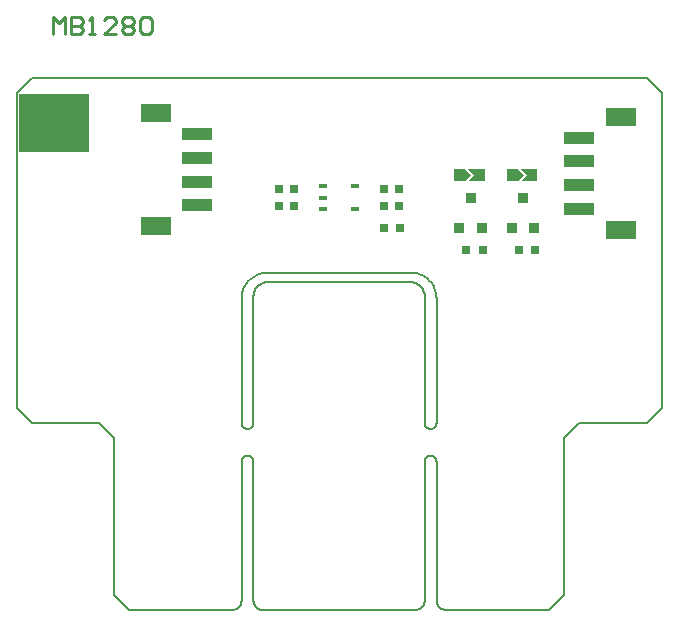
<source format=gbr>
%FSTAX23Y23*%
%MOIN*%
%SFA1B1*%

%IPPOS*%
%ADD10R,0.102360X0.061020*%
%ADD11R,0.102360X0.039370*%
%ADD12R,0.030000X0.016000*%
%ADD13R,0.030000X0.030000*%
%ADD14R,0.030000X0.030000*%
%ADD15R,0.032000X0.040000*%
%ADD16R,0.035430X0.037400*%
%ADD17R,0.035430X0.037400*%
%ADD18R,0.236220X0.196850*%
%ADD19C,0.005000*%
%ADD21C,0.010000*%
%LNmb1280-1*%
%LPD*%
G36*
X01535Y-00325D02*
Y-00345D01*
X01505*
X01525Y-00325*
X01505Y-00305*
X01535*
Y-00325*
G37*
G36*
X01515D02*
X01495Y-00345D01*
X01485*
Y-00305*
X01495*
X01515Y-00325*
G37*
G36*
X0171D02*
Y-00345D01*
X0168*
X017Y-00325*
X0168Y-00305*
X0171*
Y-00325*
G37*
G36*
X0169D02*
X0167Y-00345D01*
X0166*
Y-00305*
X0167*
X0169Y-00325*
G37*
G54D10*
X02012Y-00129D03*
Y-00507D03*
X00462Y-00117D03*
Y-00495D03*
G54D11*
X01875Y-002D03*
Y-00278D03*
Y-00357D03*
Y-00436D03*
X006Y-00188D03*
Y-00267D03*
Y-00346D03*
Y-00425D03*
G54D12*
X01128Y-00362D03*
Y-00437D03*
X01021Y-004D03*
Y-00437D03*
Y-00362D03*
G54D13*
X01275Y-00427D03*
Y-00372D03*
X00875Y-00427D03*
Y-00372D03*
X01225Y-00427D03*
Y-00372D03*
X00925D03*
Y-00427D03*
G54D14*
X01727Y-00575D03*
X01672D03*
X01552D03*
X01497D03*
X01222Y-005D03*
X01277D03*
G54D15*
X01542Y-00325D03*
X01475D03*
X01717D03*
X0165D03*
G54D16*
X01475Y-005D03*
X01512Y-00401D03*
X0165Y-005D03*
X01687Y-00401D03*
G54D17*
X0155Y-005D03*
X01725D03*
G54D18*
X00125Y-0015D03*
G54D19*
X01399Y-01741D02*
D01*
X01399Y-01744*
X01399Y-01746*
X01399Y-01748*
X014Y-0175*
X01401Y-01753*
X01401Y-01755*
X01402Y-01757*
X01404Y-01759*
X01405Y-01761*
X01406Y-01763*
X01408Y-01764*
X0141Y-01766*
X01411Y-01767*
X01413Y-01769*
X01415Y-0177*
X01417Y-01771*
X01419Y-01772*
X01422Y-01773*
X01424Y-01774*
X01426Y-01774*
X01428Y-01774*
X01431Y-01774*
X01432Y-01775*
X00749Y-0115D02*
D01*
X00749Y-01151*
X00749Y-01153*
X00749Y-01154*
X0075Y-01155*
X0075Y-01157*
X00751Y-01158*
X00751Y-01159*
X00752Y-0116*
X00753Y-01161*
X00754Y-01163*
X00754Y-01164*
X00755Y-01165*
X00756Y-01165*
X00758Y-01166*
X00759Y-01167*
X0076Y-01168*
X00761Y-01168*
X00763Y-01169*
X00764Y-01169*
X00765Y-01169*
X00767Y-01169*
X00768Y-0117*
X00769*
X00771Y-01169*
X00772Y-01169*
X00773Y-01169*
X00775Y-01169*
X00776Y-01168*
X00777Y-01168*
X00778Y-01167*
X0078Y-01166*
X00781Y-01165*
X00782Y-01165*
X00783Y-01164*
X00784Y-01163*
X00785Y-01161*
X00785Y-0116*
X00786Y-01159*
X00787Y-01158*
X00787Y-01157*
X00788Y-01155*
X00788Y-01154*
X00788Y-01153*
X00788Y-01151*
X00788Y-0115*
X00835Y-0065D02*
D01*
X00829Y-0065*
X00823Y-00651*
X00817Y-00652*
X00811Y-00653*
X00806Y-00655*
X008Y-00657*
X00795Y-0066*
X0079Y-00663*
X00785Y-00666*
X0078Y-0067*
X00775Y-00674*
X00771Y-00678*
X00767Y-00683*
X00764Y-00688*
X0076Y-00693*
X00758Y-00698*
X00755Y-00704*
X00753Y-0071*
X00751Y-00715*
X0075Y-00721*
X00749Y-00727*
X00749Y-00733*
X00749Y-00736*
X00835Y-00681D02*
D01*
X00832Y-00682*
X00829Y-00682*
X00825Y-00682*
X00822Y-00683*
X00819Y-00684*
X00816Y-00685*
X00813Y-00687*
X0081Y-00689*
X00808Y-0069*
X00805Y-00692*
X00803Y-00695*
X008Y-00697*
X00798Y-00699*
X00796Y-00702*
X00795Y-00705*
X00793Y-00708*
X00792Y-00711*
X00791Y-00714*
X0079Y-00717*
X00789Y-0072*
X00789Y-00723*
X00788Y-00727*
X00788Y-00728*
X01359D02*
D01*
X01359Y-00725*
X01359Y-00722*
X01358Y-00718*
X01357Y-00715*
X01356Y-00712*
X01355Y-00709*
X01354Y-00706*
X01352Y-00703*
X0135Y-00701*
X01348Y-00698*
X01346Y-00696*
X01344Y-00693*
X01341Y-00691*
X01338Y-00689*
X01336Y-00688*
X01333Y-00686*
X0133Y-00685*
X01327Y-00684*
X01324Y-00683*
X0132Y-00682*
X01317Y-00682*
X01314Y-00681*
X01312Y-00681*
X01399Y-00734D02*
D01*
X01398Y-00729*
X01398Y-00723*
X01397Y-00717*
X01395Y-00711*
X01393Y-00706*
X01391Y-007*
X01389Y-00695*
X01386Y-0069*
X01382Y-00685*
X01379Y-0068*
X01375Y-00676*
X01371Y-00672*
X01366Y-00668*
X01361Y-00664*
X01356Y-00661*
X01351Y-00658*
X01346Y-00656*
X0134Y-00654*
X01334Y-00652*
X01329Y-00651*
X01323Y-0065*
X01317Y-0065*
X01314Y-0065*
X01359Y-0115D02*
D01*
X01359Y-01151*
X01359Y-01153*
X0136Y-01154*
X0136Y-01155*
X0136Y-01157*
X01361Y-01158*
X01361Y-01159*
X01362Y-0116*
X01363Y-01161*
X01364Y-01163*
X01365Y-01164*
X01366Y-01165*
X01367Y-01165*
X01368Y-01166*
X01369Y-01167*
X0137Y-01168*
X01371Y-01168*
X01373Y-01169*
X01374Y-01169*
X01375Y-01169*
X01377Y-01169*
X01378Y-0117*
X0138*
X01381Y-01169*
X01382Y-01169*
X01384Y-01169*
X01385Y-01169*
X01386Y-01168*
X01387Y-01168*
X01389Y-01167*
X0139Y-01166*
X01391Y-01165*
X01392Y-01165*
X01393Y-01164*
X01394Y-01163*
X01395Y-01161*
X01396Y-0116*
X01396Y-01159*
X01397Y-01158*
X01397Y-01157*
X01398Y-01155*
X01398Y-01154*
X01398Y-01153*
X01398Y-01151*
X01399Y-0115*
Y-01278D02*
D01*
X01398Y-01277*
X01398Y-01276*
X01398Y-01274*
X01398Y-01273*
X01397Y-01272*
X01397Y-0127*
X01396Y-01269*
X01396Y-01268*
X01395Y-01267*
X01394Y-01266*
X01393Y-01265*
X01392Y-01264*
X01391Y-01263*
X0139Y-01262*
X01389Y-01261*
X01387Y-01261*
X01386Y-0126*
X01385Y-0126*
X01384Y-01259*
X01382Y-01259*
X01381Y-01259*
X0138Y-01259*
X01378*
X01377Y-01259*
X01375Y-01259*
X01374Y-01259*
X01373Y-0126*
X01371Y-0126*
X0137Y-01261*
X01369Y-01261*
X01368Y-01262*
X01367Y-01263*
X01366Y-01264*
X01365Y-01265*
X01364Y-01266*
X01363Y-01267*
X01362Y-01268*
X01361Y-01269*
X01361Y-0127*
X0136Y-01272*
X0136Y-01273*
X0136Y-01274*
X01359Y-01276*
X01359Y-01277*
X01359Y-01278*
X00716Y-01775D02*
D01*
X00718Y-01774*
X0072Y-01774*
X00723Y-01774*
X00725Y-01773*
X00727Y-01772*
X00729Y-01772*
X00731Y-01771*
X00733Y-01769*
X00735Y-01768*
X00737Y-01767*
X00739Y-01765*
X0074Y-01763*
X00742Y-01762*
X00743Y-0176*
X00744Y-01758*
X00746Y-01756*
X00746Y-01754*
X00747Y-01751*
X00748Y-01749*
X00748Y-01747*
X00749Y-01745*
X00749Y-01742*
X00749Y-01741*
X00788Y-01278D02*
D01*
X00788Y-01277*
X00788Y-01276*
X00788Y-01274*
X00788Y-01273*
X00787Y-01272*
X00787Y-0127*
X00786Y-01269*
X00785Y-01268*
X00785Y-01267*
X00784Y-01266*
X00783Y-01265*
X00782Y-01264*
X00781Y-01263*
X0078Y-01262*
X00778Y-01261*
X00777Y-01261*
X00776Y-0126*
X00775Y-0126*
X00773Y-01259*
X00772Y-01259*
X00771Y-01259*
X00769Y-01259*
X00768*
X00767Y-01259*
X00765Y-01259*
X00764Y-01259*
X00763Y-0126*
X00761Y-0126*
X0076Y-01261*
X00759Y-01261*
X00758Y-01262*
X00756Y-01263*
X00755Y-01264*
X00754Y-01265*
X00754Y-01266*
X00753Y-01267*
X00752Y-01268*
X00751Y-01269*
X00751Y-0127*
X0075Y-01272*
X0075Y-01273*
X00749Y-01274*
X00749Y-01276*
X00749Y-01277*
X00749Y-01278*
X00788Y-01741D02*
D01*
X00788Y-01744*
X00789Y-01746*
X00789Y-01748*
X0079Y-0175*
X0079Y-01753*
X00791Y-01755*
X00792Y-01757*
X00793Y-01759*
X00795Y-01761*
X00796Y-01763*
X00798Y-01764*
X00799Y-01766*
X00801Y-01767*
X00803Y-01769*
X00805Y-0177*
X00807Y-01771*
X00809Y-01772*
X00811Y-01773*
X00814Y-01774*
X00816Y-01774*
X00818Y-01774*
X0082Y-01774*
X00822Y-01775*
X01326D02*
D01*
X01328Y-01774*
X0133Y-01774*
X01333Y-01774*
X01335Y-01773*
X01337Y-01772*
X01339Y-01772*
X01341Y-01771*
X01343Y-01769*
X01345Y-01768*
X01347Y-01767*
X01349Y-01765*
X01351Y-01763*
X01352Y-01762*
X01353Y-0176*
X01355Y-01758*
X01356Y-01756*
X01357Y-01754*
X01358Y-01751*
X01358Y-01749*
X01359Y-01747*
X01359Y-01745*
X01359Y-01742*
X01359Y-01741*
X00749Y-0115D02*
Y-00736D01*
X00788Y-0115D02*
Y-00728D01*
X00835Y-00681D02*
X01312D01*
X00835Y-0065D02*
X01314D01*
X01359Y-0115D02*
Y-00728D01*
X01399Y-0115D02*
Y-00734D01*
X00275Y-0115D02*
X00325Y-012D01*
X0005Y-0115D02*
X00275D01*
X0Y-011D02*
X0005Y-0115D01*
X01875D02*
X021D01*
X0215Y-011*
X01825Y-012D02*
X01875Y-0115D01*
X01359Y-01741D02*
Y-0128D01*
X01399D02*
X01399Y-01741D01*
X00749D02*
Y-0128D01*
X00788Y-01741D02*
Y-0128D01*
X00822Y-01775D02*
X01326D01*
X0Y-0005D02*
X0005Y0D01*
X0Y-011D02*
Y-0005D01*
X00375Y-01775D02*
X00716D01*
X00325Y-01725D02*
X00375Y-01775D01*
X00325Y-01725D02*
Y-012D01*
X01775Y-01775D02*
X01825Y-01725D01*
X01432Y-01775D02*
X01775D01*
X01825Y-01725D02*
Y-012D01*
X0005Y0D02*
X021D01*
X0215Y-0005*
Y-011D02*
Y-0005D01*
G54D21*
X0012Y00145D02*
Y00204D01*
X00139Y00184*
X00159Y00204*
Y00145*
X00179Y00204D02*
Y00145D01*
X00209*
X00219Y00155*
Y00164*
X00209Y00174*
X00179*
X00209*
X00219Y00184*
Y00194*
X00209Y00204*
X00179*
X00239Y00145D02*
X00259D01*
X00249*
Y00204*
X00239Y00194*
X00329Y00145D02*
X00289D01*
X00329Y00184*
Y00194*
X00319Y00204*
X00299*
X00289Y00194*
X00349D02*
X00359Y00204D01*
X00379*
X00389Y00194*
Y00184*
X00379Y00174*
X00389Y00164*
Y00155*
X00379Y00145*
X00359*
X00349Y00155*
Y00164*
X00359Y00174*
X00349Y00184*
Y00194*
X00359Y00174D02*
X00379D01*
X00409Y00194D02*
X00419Y00204D01*
X00439*
X00449Y00194*
Y00155*
X00439Y00145*
X00419*
X00409Y00155*
Y00194*
M02*
</source>
